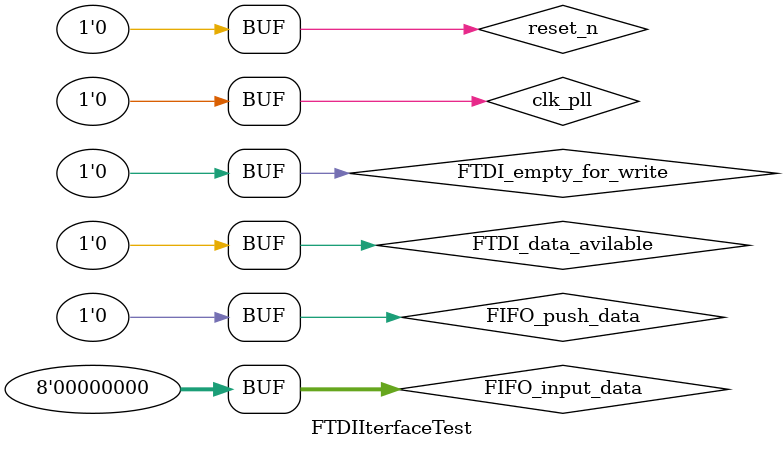
<source format=v>
`timescale 1ns / 1ps


module FTDIIterfaceTest;

	// Inputs
	reg clk_pll;
	reg reset_n;
	reg FTDI_data_avilable;
	reg FTDI_empty_for_write;
	reg [7:0] FIFO_input_data;
	reg FIFO_push_data;

	// Outputs
	wire FTDI_pop_data;
	wire FTDI_push_data;
	wire [7:0] FIFO_output_data;
	wire FIFO_empty;
	wire FIFO_full;

	// Bidirs
	wire [7:0] FTDI_data;
	wire FIFO_pop_data;

	// Instantiate the Unit Under Test (UUT)
	FTDIInterface uut (
		.clk_pll(clk_pll), 
		.reset_n(reset_n), 
		.FTDI_data(FTDI_data), 
		.FTDI_data_avilable(FTDI_data_avilable), 
		.FTDI_pop_data(FTDI_pop_data), 
		.FTDI_empty_for_write(FTDI_empty_for_write), 
		.FTDI_push_data(FTDI_push_data), 
		.FIFO_output_data(FIFO_output_data), 
		.FIFO_empty(FIFO_empty), 
		.FIFO_pop_data(FIFO_pop_data), 
		.FIFO_input_data(FIFO_input_data), 
		.FIFO_push_data(FIFO_push_data), 
		.FIFO_full(FIFO_full)
	);

	initial begin
		// Initialize Inputs
		clk_pll = 0;
		reset_n = 0;
		FTDI_data_avilable = 0;
		FTDI_empty_for_write = 0;
		FIFO_input_data = 0;
		FIFO_push_data = 0;

		// Wait 100 ns for global reset to finish
		#100;
        
		// Add stimulus here

	end
      
endmodule


</source>
